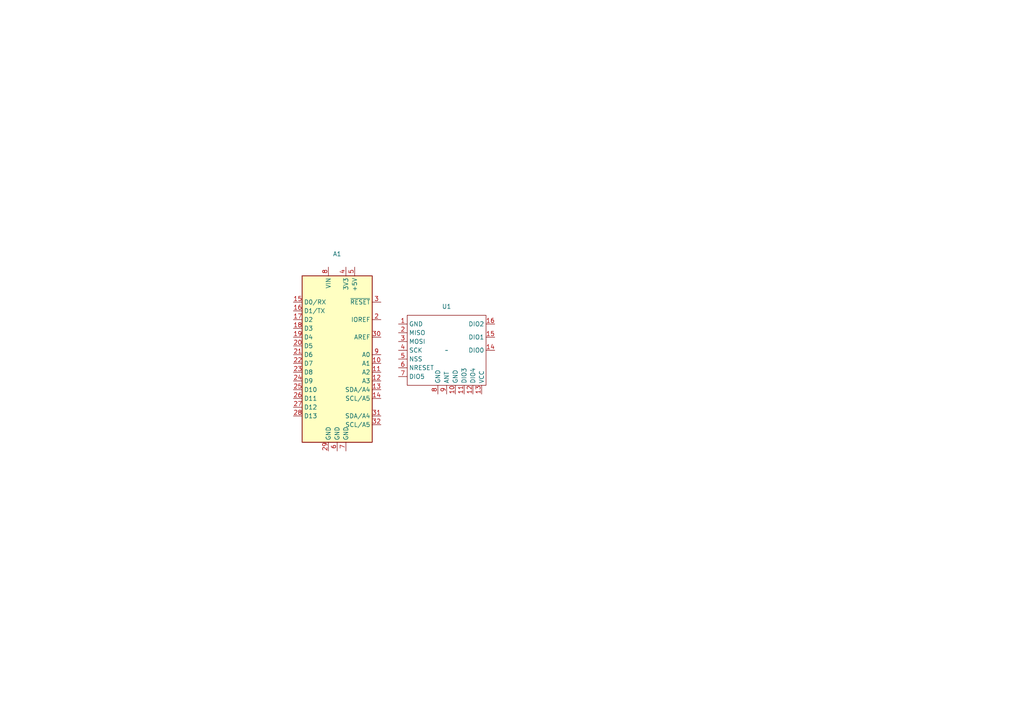
<source format=kicad_sch>
(kicad_sch (version 20230121) (generator eeschema)
  (paper "A4")
  (title_block (title "OS-59 Single Channel Radiosonde Receiver"))
  (lib_symbols
    (symbol "MCU_Module:Arduino_UNO_R3"
      (property "Reference" "A" (at -10.16 23.495 0))
      (property "Value" "Arduino_UNO_R3" (at 5.08 -26.67 0))
      (symbol "Arduino_UNO_R3_0_1"
        (rectangle (start -10.16 22.86) (end 10.16 -25.4) (stroke (width 0.254)) (fill (type background)))
      )
      (symbol "Arduino_UNO_R3_1_1"
        (pin no_connect line (at -10.16 -20.32 0) (length 2.54) hide (name "NC") (number "1"))
        (pin bidirectional line (at 12.7 -2.54 180) (length 2.54) (name "A1") (number "10"))
        (pin bidirectional line (at 12.7 -5.08 180) (length 2.54) (name "A2") (number "11"))
        (pin bidirectional line (at 12.7 -7.62 180) (length 2.54) (name "A3") (number "12"))
        (pin bidirectional line (at 12.7 -10.16 180) (length 2.54) (name "SDA/A4") (number "13"))
        (pin bidirectional line (at 12.7 -12.7 180) (length 2.54) (name "SCL/A5") (number "14"))
        (pin bidirectional line (at -12.7 15.24 0) (length 2.54) (name "D0/RX") (number "15"))
        (pin bidirectional line (at -12.7 12.7 0) (length 2.54) (name "D1/TX") (number "16"))
        (pin bidirectional line (at -12.7 10.16 0) (length 2.54) (name "D2") (number "17"))
        (pin bidirectional line (at -12.7 7.62 0) (length 2.54) (name "D3") (number "18"))
        (pin bidirectional line (at -12.7 5.08 0) (length 2.54) (name "D4") (number "19"))
        (pin output line (at 12.7 10.16 180) (length 2.54) (name "IOREF") (number "2"))
        (pin bidirectional line (at -12.7 2.54 0) (length 2.54) (name "D5") (number "20"))
        (pin bidirectional line (at -12.7 0 0) (length 2.54) (name "D6") (number "21"))
        (pin bidirectional line (at -12.7 -2.54 0) (length 2.54) (name "D7") (number "22"))
        (pin bidirectional line (at -12.7 -5.08 0) (length 2.54) (name "D8") (number "23"))
        (pin bidirectional line (at -12.7 -7.62 0) (length 2.54) (name "D9") (number "24"))
        (pin bidirectional line (at -12.7 -10.16 0) (length 2.54) (name "D10") (number "25"))
        (pin bidirectional line (at -12.7 -12.7 0) (length 2.54) (name "D11") (number "26"))
        (pin bidirectional line (at -12.7 -15.24 0) (length 2.54) (name "D12") (number "27"))
        (pin bidirectional line (at -12.7 -17.78 0) (length 2.54) (name "D13") (number "28"))
        (pin power_in line (at -2.54 -27.94 90) (length 2.54) (name "GND") (number "29"))
        (pin input line (at 12.7 15.24 180) (length 2.54) (name "~{RESET}") (number "3"))
        (pin input line (at 12.7 5.08 180) (length 2.54) (name "AREF") (number "30"))
        (pin bidirectional line (at 12.7 -17.78 180) (length 2.54) (name "SDA/A4") (number "31"))
        (pin bidirectional line (at 12.7 -20.32 180) (length 2.54) (name "SCL/A5") (number "32"))
        (pin power_out line (at 2.54 25.4 270) (length 2.54) (name "3V3") (number "4"))
        (pin power_out line (at 5.08 25.4 270) (length 2.54) (name "+5V") (number "5"))
        (pin power_in line (at 0 -27.94 90) (length 2.54) (name "GND") (number "6"))
        (pin power_in line (at 2.54 -27.94 90) (length 2.54) (name "GND") (number "7"))
        (pin power_in line (at -2.54 25.4 270) (length 2.54) (name "VIN") (number "8"))
        (pin bidirectional line (at 12.7 0 180) (length 2.54) (name "A0") (number "9"))
      )
    )
    (symbol "SX1278_sym:SX1278"
      (property "Reference" "U" (at 0 0 0))
      (symbol "SX1278_0_1"
        (rectangle (start -11.43 10.16) (end 11.43 -10.16))
      )
      (symbol "SX1278_1_1"
        (pin power_in line (at -13.97 7.62 0) (length 2.54) (name "GND") (number "1"))
        (pin input line (at 2.54 -12.7 90) (length 2.54) (name "GND") (number "10"))
        (pin input line (at 5.08 -12.7 90) (length 2.54) (name "DIO3") (number "11"))
        (pin input line (at 7.62 -12.7 90) (length 2.54) (name "DIO4") (number "12"))
        (pin power_in line (at 10.16 -12.7 90) (length 2.54) (name "VCC") (number "13"))
        (pin bidirectional line (at 13.97 0 180) (length 2.54) (name "DIO0") (number "14"))
        (pin bidirectional line (at 13.97 3.81 180) (length 2.54) (name "DIO1") (number "15"))
        (pin bidirectional line (at 13.97 7.62 180) (length 2.54) (name "DIO2") (number "16"))
        (pin output line (at -13.97 5.08 0) (length 2.54) (name "MISO") (number "2"))
        (pin input line (at -13.97 2.54 0) (length 2.54) (name "MOSI") (number "3"))
        (pin input line (at -13.97 0 0) (length 2.54) (name "SCK") (number "4"))
        (pin input line (at -13.97 -2.54 0) (length 2.54) (name "NSS") (number "5"))
        (pin input line (at -13.97 -5.08 0) (length 2.54) (name "NRESET") (number "6"))
        (pin input line (at -13.97 -7.62 0) (length 2.54) (name "DIO5") (number "7"))
        (pin input line (at -2.54 -12.7 90) (length 2.54) (name "GND") (number "8"))
        (pin output line (at 0 -12.7 90) (length 2.54) (name "ANT") (number "9"))
      )
    )
  )
  (symbol (lib_id "MCU_Module:Arduino_UNO_R3") (at 97.79 102.87 0) (unit 1)
    (property "Reference" "A1" (at 96.52 73.66 0) (effects (justify left)))
    (property "Value" "Arduino_UNO_R3" (effects hide))
    (property "Footprint" "Module:Arduino_UNO_R3" (effects hide))
    (property "Datasheet" "https://www.arduino.cc/en/Main/arduinoBoardUno" (effects hide))
  )
  (symbol (lib_id "SX1278_sym:SX1278") (at 129.54 101.6 0) (unit 1)
    (property "Reference" "U1" (at 129.54 88.9 0))
    (property "Value" "~" (at 129.54 101.6 0))
  )
)
</source>
